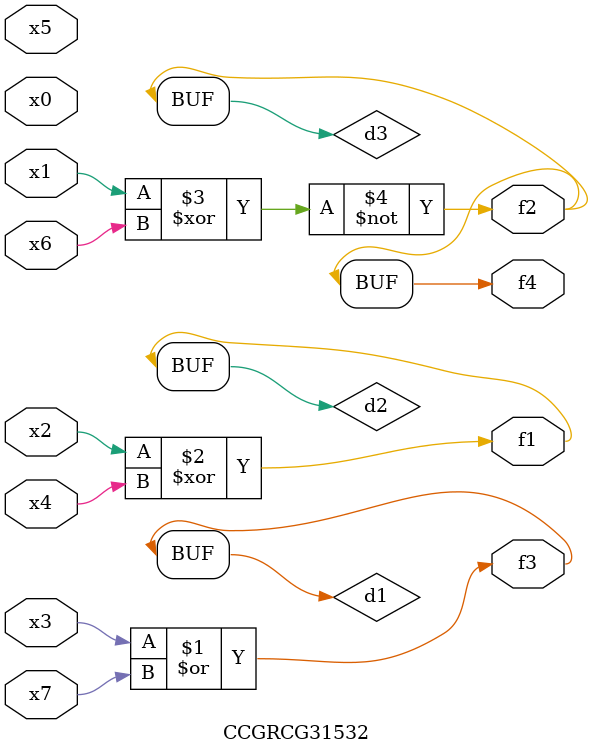
<source format=v>
module CCGRCG31532(
	input x0, x1, x2, x3, x4, x5, x6, x7,
	output f1, f2, f3, f4
);

	wire d1, d2, d3;

	or (d1, x3, x7);
	xor (d2, x2, x4);
	xnor (d3, x1, x6);
	assign f1 = d2;
	assign f2 = d3;
	assign f3 = d1;
	assign f4 = d3;
endmodule

</source>
